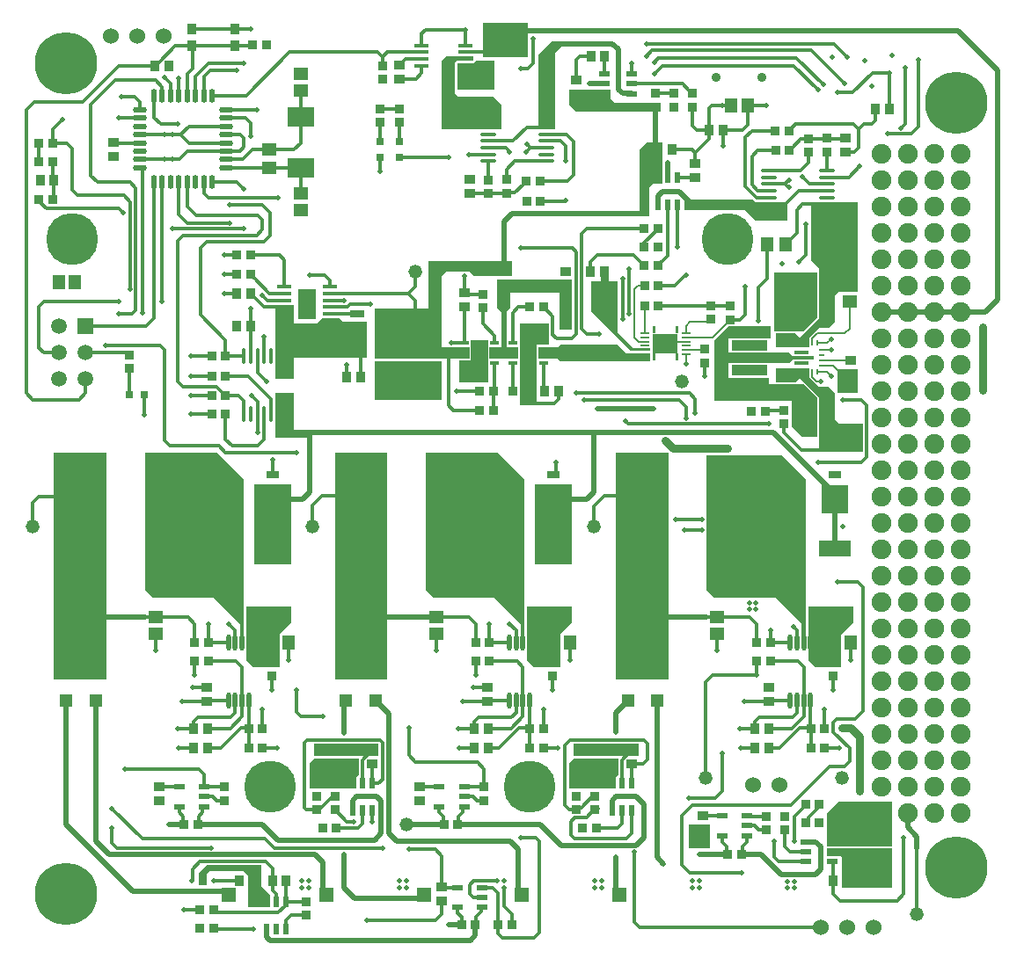
<source format=gbl>
G04*
G04 #@! TF.GenerationSoftware,Altium Limited,Altium Designer,19.0.15 (446)*
G04*
G04 Layer_Physical_Order=4*
G04 Layer_Color=16711680*
%FSLAX25Y25*%
%MOIN*%
G70*
G01*
G75*
%ADD21R,0.03937X0.03543*%
%ADD22R,0.03740X0.03347*%
%ADD39C,0.06000*%
%ADD46C,0.01200*%
%ADD47C,0.03000*%
%ADD48C,0.02000*%
%ADD49C,0.05200*%
%ADD50C,0.03543*%
%ADD51C,0.05906*%
%ADD52R,0.05906X0.05906*%
%ADD53C,0.02000*%
%ADD54C,0.07500*%
%ADD55C,0.23622*%
%ADD56C,0.19685*%
%ADD57C,0.01378*%
%ADD64R,0.02362X0.03937*%
%ADD65R,0.03937X0.02362*%
%ADD66R,0.03347X0.03740*%
%ADD67R,0.03543X0.03937*%
%ADD68R,0.05118X0.05512*%
%ADD69R,0.03150X0.03150*%
%ADD70R,0.03543X0.03937*%
%ADD71R,0.05512X0.05118*%
%ADD72R,0.10236X0.07480*%
%ADD73O,0.05315X0.02165*%
%ADD74O,0.02165X0.05315*%
%ADD75R,0.05315X0.04528*%
%ADD76R,0.03150X0.03150*%
%ADD77R,0.04724X0.04724*%
%ADD78R,0.04724X0.04724*%
%ADD79R,0.05600X0.01800*%
%ADD80O,0.06299X0.01378*%
%ADD81R,0.06496X0.09449*%
%ADD82R,0.03347X0.01378*%
%ADD83R,0.04528X0.05315*%
%ADD84R,0.00945X0.02362*%
%ADD85R,0.03347X0.02756*%
%ADD86R,0.05709X0.01378*%
%ADD87R,0.07087X0.01378*%
%ADD88R,0.02362X0.00945*%
%ADD89R,0.13386X0.03858*%
%ADD90R,0.03346X0.00787*%
%ADD91R,0.09646X0.07677*%
%ADD92R,0.09843X0.05512*%
%ADD93R,0.05402X0.02795*%
%ADD94R,0.06900X0.11600*%
%ADD95R,0.05500X0.01700*%
%ADD96O,0.01378X0.06299*%
%ADD97O,0.01772X0.06299*%
%ADD98R,0.12205X0.06299*%
%ADD99R,0.15748X0.27559*%
%ADD100R,0.10000X0.10512*%
%ADD101R,0.05000X0.02992*%
%ADD102C,0.00800*%
G36*
X175000Y317500D02*
X158000D01*
Y330500D01*
X175000D01*
Y317500D01*
D02*
G37*
G36*
X162500Y305197D02*
X148500D01*
Y315000D01*
X154500D01*
X154800Y315300D01*
X154856D01*
Y315356D01*
X155500Y316000D01*
X162500D01*
Y305197D01*
D02*
G37*
G36*
X206343Y301795D02*
X207941Y300197D01*
X225441D01*
Y296697D01*
X193441D01*
X190941Y299197D01*
Y305197D01*
X206343D01*
Y301795D01*
D02*
G37*
G36*
X188000Y321500D02*
X185500Y319000D01*
Y290000D01*
X179000D01*
Y318500D01*
X184000Y323500D01*
X188000D01*
Y321500D01*
D02*
G37*
G36*
X154441Y316000D02*
X148000D01*
X147500Y315500D01*
Y303618D01*
X148618Y302500D01*
X162282Y302500D01*
X165250Y299532D01*
X165250Y290000D01*
X142500D01*
Y316200D01*
X144147Y317846D01*
X154441D01*
Y316000D01*
D02*
G37*
G36*
X226000Y269598D02*
X222598D01*
X221000Y268000D01*
Y257000D01*
X217500D01*
Y282500D01*
X220000Y285000D01*
X226000D01*
Y269598D01*
D02*
G37*
G36*
X261606Y262500D02*
X273500D01*
X273500Y255500D01*
X261500Y255500D01*
X257500Y259500D01*
X234500D01*
Y263500D01*
X260606D01*
X261606Y262500D01*
D02*
G37*
G36*
X169000Y239941D02*
Y234500D01*
X154783D01*
X153126Y236157D01*
X144158D01*
X142500Y234500D01*
Y222000D01*
Y207500D01*
X153000D01*
Y203108D01*
X153000Y203108D01*
Y203000D01*
X117000D01*
Y222000D01*
X137500D01*
Y240000D01*
X168941D01*
X169000Y239941D01*
D02*
G37*
G36*
X191941Y233000D02*
X191941Y214000D01*
X187000D01*
Y228000D01*
X168500D01*
Y227463D01*
Y222311D01*
X167000Y220811D01*
Y207500D01*
X171500D01*
Y203000D01*
X160555D01*
Y207500D01*
X165000D01*
Y220777D01*
X163500Y222277D01*
Y227463D01*
X163500Y233000D01*
X191941Y233000D01*
D02*
G37*
G36*
X284846Y218927D02*
X279419Y213500D01*
X268500D01*
Y235842D01*
X284846D01*
Y218927D01*
D02*
G37*
G36*
X232122Y212626D02*
X231138D01*
Y215283D01*
X232122D01*
Y212626D01*
D02*
G37*
G36*
X223460D02*
X222476D01*
Y215283D01*
X223460D01*
Y212626D01*
D02*
G37*
G36*
X300000Y228500D02*
X293000D01*
X291500Y227000D01*
Y217000D01*
X289161Y214661D01*
X285500D01*
X281839Y211000D01*
Y207500D01*
X278000Y207500D01*
X269000D01*
X269000Y207500D01*
Y212831D01*
X276169D01*
X278000Y211000D01*
X285500Y218500D01*
Y237500D01*
X282500Y240500D01*
Y262382D01*
Y262500D01*
X300000D01*
Y228500D01*
D02*
G37*
G36*
X212252Y205248D02*
X221500D01*
Y202000D01*
X187500D01*
X186500Y203000D01*
X179055Y203000D01*
Y207500D01*
X186500Y207500D01*
X187500Y208500D01*
X209000D01*
X212252Y205248D01*
D02*
G37*
G36*
X209000Y232494D02*
X209000Y213063D01*
X215063Y207000D01*
X221500D01*
Y206000D01*
X213941D01*
X199000Y220941D01*
X199000Y232503D01*
X209000Y232494D01*
D02*
G37*
G36*
X232122Y202291D02*
X231138D01*
Y204949D01*
X232122D01*
Y202291D01*
D02*
G37*
G36*
X223460D02*
X222476D01*
Y204949D01*
X223460D01*
Y202291D01*
D02*
G37*
G36*
X86500Y216500D02*
X95000D01*
X97000Y218500D01*
X103500D01*
X105000Y217000D01*
X114000D01*
Y203500D01*
X86500D01*
Y195547D01*
X79500D01*
Y203500D01*
Y216500D01*
Y223500D01*
X86500D01*
Y216500D01*
D02*
G37*
G36*
X160098Y210032D02*
Y207704D01*
X160014Y207500D01*
Y203000D01*
X160098Y202796D01*
Y194000D01*
X149000D01*
Y202291D01*
X153500D01*
Y202901D01*
X153541Y203000D01*
Y207500D01*
X153500Y207599D01*
Y210063D01*
X160067D01*
X160098Y210032D01*
D02*
G37*
G36*
X300000Y190000D02*
X292500D01*
Y199000D01*
X300000D01*
Y190000D01*
D02*
G37*
G36*
X142500Y187500D02*
X117000D01*
Y202000D01*
X142500D01*
Y187500D01*
D02*
G37*
G36*
X172008Y216500D02*
X183000D01*
Y208500D01*
X178500D01*
Y185500D01*
X172000D01*
Y202901D01*
X172041Y203000D01*
Y207500D01*
X172000Y207599D01*
Y216508D01*
X172008Y216500D01*
D02*
G37*
G36*
X267000Y210878D02*
X267000Y210878D01*
X266965Y210842D01*
X251000D01*
Y205500D01*
X274059D01*
X275500Y204059D01*
X283500D01*
Y203468D01*
Y202878D01*
X275500D01*
X274059Y201437D01*
X251000D01*
Y195677D01*
X266441D01*
Y193500D01*
X279669D01*
X284959Y188210D01*
Y187000D01*
Y173500D01*
X278941D01*
X275000Y177441D01*
Y187000D01*
X245941D01*
Y195677D01*
Y210032D01*
X251409Y215500D01*
X267000D01*
Y210878D01*
D02*
G37*
G36*
X86500Y176000D02*
X93500D01*
Y173000D01*
X79500D01*
Y173500D01*
Y190000D01*
X86500D01*
Y176000D01*
D02*
G37*
G36*
X281839Y195937D02*
X285500Y192276D01*
X289161D01*
X291500Y189937D01*
Y179937D01*
X293000Y178437D01*
X302000D01*
Y167937D01*
X285500D01*
Y169437D01*
Y188437D01*
X278094Y195844D01*
X276419Y194169D01*
X269250D01*
X269250Y199437D01*
X278000D01*
X281839Y199437D01*
Y195937D01*
D02*
G37*
G36*
X191941Y125000D02*
X177941D01*
Y155500D01*
X191941D01*
Y125000D01*
D02*
G37*
G36*
X85500D02*
X71500D01*
Y155500D01*
X85500D01*
Y125000D01*
D02*
G37*
G36*
X280441Y157350D02*
Y93350D01*
X278941D01*
X278941Y102409D01*
X269000Y112350D01*
X245941Y112350D01*
X242941Y115350D01*
X242941Y166500D01*
X271291D01*
X280441Y157350D01*
D02*
G37*
G36*
X173941D02*
Y93350D01*
X172441D01*
X172441Y102409D01*
X162500Y112350D01*
X139441Y112350D01*
X136441Y115350D01*
X136441Y167350D01*
X163941D01*
X173941Y157350D01*
D02*
G37*
G36*
X67500D02*
Y93350D01*
X66000D01*
X66000Y102409D01*
X56059Y112350D01*
X33000Y112350D01*
X30000Y115350D01*
X30000Y167350D01*
X57500D01*
X67500Y157350D01*
D02*
G37*
G36*
X298441Y103000D02*
X293941Y98500D01*
Y86221D01*
X284004D01*
X281441Y88784D01*
Y109000D01*
X298441D01*
Y103000D01*
D02*
G37*
G36*
X191941D02*
X187441Y98500D01*
Y86221D01*
X177504D01*
X174941Y88784D01*
Y109000D01*
X191941D01*
Y103000D01*
D02*
G37*
G36*
X85500D02*
X81000Y98500D01*
Y86221D01*
X71063D01*
X68500Y88784D01*
Y109000D01*
X85500D01*
Y103000D01*
D02*
G37*
G36*
X228441Y115500D02*
X228441Y81500D01*
X208520Y81500D01*
X208520Y115500D01*
X208520Y167500D01*
X228441D01*
X228441Y115500D01*
D02*
G37*
G36*
X121941D02*
X121941Y81500D01*
X102020Y81500D01*
X102020Y115500D01*
X102020Y167500D01*
X121941D01*
X121941Y115500D01*
D02*
G37*
G36*
X15500D02*
X15500Y81500D01*
X-4421Y81500D01*
X-4421Y115500D01*
X-4421Y167500D01*
X15500D01*
X15500Y115500D01*
D02*
G37*
G36*
X217000Y52500D02*
X192500D01*
Y57000D01*
X217000D01*
Y52500D01*
D02*
G37*
G36*
X118496D02*
X93996D01*
Y57000D01*
X118496D01*
Y52500D01*
D02*
G37*
G36*
X209500Y45500D02*
X208500Y44500D01*
X208520Y40000D01*
X190941D01*
X190941Y49850D01*
X192591Y51500D01*
X209500D01*
Y45500D01*
D02*
G37*
G36*
X110996D02*
X109996Y44500D01*
X110016Y40000D01*
X92437D01*
X92437Y49850D01*
X94087Y51500D01*
X110996D01*
Y45500D01*
D02*
G37*
G36*
X313000Y35000D02*
X313000Y17967D01*
X288524Y17967D01*
X288524Y30681D01*
X292843Y35000D01*
X313000Y35000D01*
D02*
G37*
G36*
X244000Y26484D02*
Y17426D01*
X236000D01*
Y26500D01*
X243984D01*
X244000Y26484D01*
D02*
G37*
G36*
X313000Y2500D02*
X294000D01*
Y14000D01*
X293500Y14500D01*
X288524D01*
Y17426D01*
X313000Y17426D01*
X313000D01*
Y2500D01*
D02*
G37*
G36*
X175500Y-3000D02*
X170000Y-3000D01*
Y2500D01*
X175500Y2500D01*
Y-3000D01*
D02*
G37*
G36*
X101500D02*
X96000Y-3000D01*
Y2500D01*
X101500Y2500D01*
Y-3000D01*
D02*
G37*
G36*
X212500Y-3000D02*
X207000Y-3000D01*
Y2500D01*
X212500Y2500D01*
Y-3000D01*
D02*
G37*
G36*
X138500D02*
X133000Y-3000D01*
Y2500D01*
X138500Y2500D01*
Y-3000D01*
D02*
G37*
G36*
X64500D02*
X59000Y-3000D01*
Y2500D01*
X64500Y2500D01*
Y-3000D01*
D02*
G37*
G36*
X74000Y3000D02*
X77500Y-500D01*
Y-4898D01*
X69000D01*
Y7043D01*
X67407Y8636D01*
X54500D01*
X53500Y7636D01*
Y3500D01*
X50500D01*
Y8029D01*
X50463Y8066D01*
X53398Y11000D01*
X74000D01*
Y3000D01*
D02*
G37*
D21*
X142500Y2839D02*
D03*
Y-2476D02*
D03*
X18000Y285102D02*
D03*
Y279787D02*
D03*
X108658Y49343D02*
D03*
Y54658D02*
D03*
X116138Y49343D02*
D03*
Y54658D02*
D03*
X35496Y40799D02*
D03*
Y35484D02*
D03*
X134000Y40799D02*
D03*
Y35484D02*
D03*
X207161Y49343D02*
D03*
Y54658D02*
D03*
X214642Y49343D02*
D03*
Y54658D02*
D03*
X241500Y29658D02*
D03*
Y24342D02*
D03*
X298500Y20315D02*
D03*
Y15000D02*
D03*
X160000Y319357D02*
D03*
Y314042D02*
D03*
X126500Y314457D02*
D03*
Y309142D02*
D03*
X153244Y271063D02*
D03*
Y265748D02*
D03*
X193441Y303559D02*
D03*
Y308874D02*
D03*
X297500Y202500D02*
D03*
Y197185D02*
D03*
X272250Y196158D02*
D03*
Y190842D02*
D03*
X272000Y210842D02*
D03*
Y216158D02*
D03*
X295500Y281343D02*
D03*
Y286658D02*
D03*
X238650Y271630D02*
D03*
Y276945D02*
D03*
X189500Y230842D02*
D03*
Y236157D02*
D03*
X151000Y222843D02*
D03*
Y228157D02*
D03*
X140098Y205000D02*
D03*
Y199685D02*
D03*
X266441Y78535D02*
D03*
Y73220D02*
D03*
X159941D02*
D03*
Y78535D02*
D03*
X53500Y73220D02*
D03*
Y78535D02*
D03*
D22*
X91000Y-8059D02*
D03*
Y-2941D02*
D03*
X119000Y292707D02*
D03*
Y297825D02*
D03*
X126500D02*
D03*
Y292707D02*
D03*
X24000Y204559D02*
D03*
Y199441D02*
D03*
X94996Y31941D02*
D03*
Y37059D02*
D03*
X101996Y31941D02*
D03*
Y37059D02*
D03*
X59996Y40701D02*
D03*
Y35583D02*
D03*
X200500Y31941D02*
D03*
Y37059D02*
D03*
X158500Y40701D02*
D03*
Y35583D02*
D03*
X193500Y31941D02*
D03*
Y37059D02*
D03*
X272500Y24441D02*
D03*
Y29559D02*
D03*
X265500Y29559D02*
D03*
Y24441D02*
D03*
X120000Y314189D02*
D03*
Y309071D02*
D03*
X167244Y265846D02*
D03*
Y270965D02*
D03*
X160221Y265787D02*
D03*
Y270905D02*
D03*
X230441Y303618D02*
D03*
Y298500D02*
D03*
X223500Y303618D02*
D03*
Y298500D02*
D03*
X237441Y303618D02*
D03*
Y298500D02*
D03*
X272250Y178441D02*
D03*
Y183559D02*
D03*
X288524Y286618D02*
D03*
Y281500D02*
D03*
X281500Y286559D02*
D03*
Y281441D02*
D03*
X251691Y222956D02*
D03*
Y217838D02*
D03*
X244500Y223059D02*
D03*
Y217941D02*
D03*
X242000Y206618D02*
D03*
Y201500D02*
D03*
X158000Y222311D02*
D03*
Y227429D02*
D03*
X290941Y82819D02*
D03*
Y87937D02*
D03*
X184441D02*
D03*
Y82819D02*
D03*
X78000Y87937D02*
D03*
Y82819D02*
D03*
D39*
X270500Y41500D02*
D03*
X260500D02*
D03*
X27000Y325598D02*
D03*
X17000D02*
D03*
X37000Y325402D02*
D03*
X296283Y-12500D02*
D03*
X286283D02*
D03*
X306283Y-12697D02*
D03*
D46*
X303500Y165636D02*
Y185500D01*
X301500Y187500D02*
X303500Y185500D01*
X294500Y187500D02*
X301500D01*
X301616Y163752D02*
X303500Y165636D01*
X285097Y163752D02*
X301616D01*
X212000Y179500D02*
X213100Y178400D01*
X266476D01*
X297000Y50500D02*
Y55343D01*
X290843Y61500D02*
X297000Y55343D01*
X290843Y61500D02*
Y65173D01*
X292169Y66500D02*
X299000D01*
X290843Y65173D02*
X292169Y66500D01*
X299000D02*
X302000Y69500D01*
X292559Y118500D02*
X300000D01*
X302000Y116500D01*
Y69500D02*
Y116500D01*
X295000Y48500D02*
X297000Y50500D01*
X289441Y48500D02*
X295000D01*
X274744Y33803D02*
X289441Y48500D01*
X237622Y33803D02*
X274744D01*
X233500Y29681D02*
X237622Y33803D01*
X255784Y55378D02*
X261283D01*
X255441Y62878D02*
X261283D01*
X179500Y-14500D02*
Y20000D01*
X178000Y21500D02*
X179500Y20000D01*
X172500Y21500D02*
X178000D01*
X130000Y17000D02*
X139000D01*
X139003Y17003D01*
X150449Y30949D02*
Y33260D01*
X177500Y-16500D02*
X179500Y-14500D01*
X166500Y-16500D02*
X177500D01*
X166497Y-16503D02*
X166500Y-16500D01*
X165503Y-16503D02*
X166497D01*
X163941Y-14941D02*
X165503Y-16503D01*
X163941Y-14941D02*
Y-11599D01*
X89000Y67500D02*
X97378D01*
X87500Y69000D02*
X89000Y67500D01*
X87500Y69000D02*
Y77500D01*
X60559Y167500D02*
X87500D01*
X58059Y170000D02*
X60559Y167500D01*
X39500Y170000D02*
X58059D01*
X37500Y172000D02*
X39500Y170000D01*
X154500Y5000D02*
X163500D01*
X153000Y3500D02*
X154500Y5000D01*
X153000Y250D02*
Y3500D01*
X37500Y172000D02*
Y206421D01*
X35811Y208110D02*
X37500Y206421D01*
X15000Y208110D02*
X35811D01*
X29323Y220323D02*
Y274976D01*
X24339Y270000D02*
X26600Y267739D01*
Y221600D02*
Y267739D01*
X25060Y220060D02*
X26600Y221600D01*
X20000Y220060D02*
X25060D01*
X12000Y270000D02*
X24339D01*
X24500Y229500D02*
Y262500D01*
X22000Y265000D02*
X24500Y262500D01*
X4500Y265000D02*
X22000D01*
X9500Y272500D02*
X12000Y270000D01*
X9500Y272500D02*
Y299500D01*
X18874Y308874D01*
X34000D01*
X36626Y306248D01*
Y302839D02*
Y306248D01*
X2500Y267000D02*
Y282750D01*
X380Y284870D02*
X2500Y282750D01*
X-4941Y284870D02*
X380D01*
X2500Y267000D02*
X4500Y265000D01*
X20200Y314200D02*
X33968D01*
X6500Y300500D02*
X20200Y314200D01*
X-12000Y300500D02*
X6500D01*
X171620Y222620D02*
X175941D01*
X169500Y220500D02*
X171620Y222620D01*
X169500Y209177D02*
Y220500D01*
X322500Y-7500D02*
Y17500D01*
X215500Y-10500D02*
X217500Y-12500D01*
X215500Y-10500D02*
Y16000D01*
X217500Y-12500D02*
X286283D01*
X85441Y-8059D02*
X91000D01*
X83642Y-9858D02*
X85441Y-8059D01*
X83642Y-13118D02*
Y-9858D01*
X157581Y-6419D02*
Y-4898D01*
X91500Y58500D02*
X119000D01*
X90500Y57500D02*
X91500Y58500D01*
X90500Y32644D02*
Y57500D01*
X120000Y43500D02*
Y57500D01*
X119000Y58500D02*
X120000Y57500D01*
X116138Y27466D02*
Y31882D01*
X106471Y27466D02*
X109000D01*
X101996Y31941D02*
X106471Y27466D01*
X116138Y42118D02*
X118618D01*
X116138D02*
X116138D01*
X91203Y31941D02*
X94996D01*
X90500Y32644D02*
X91203Y31941D01*
X118618Y42118D02*
X120000Y43500D01*
X130000Y52617D02*
Y63100D01*
X51945Y30949D02*
Y33260D01*
X200303Y31941D02*
X200947Y32585D01*
X192835Y21000D02*
X212500D01*
X191466Y22368D02*
X192835Y21000D01*
X191466Y22368D02*
Y27466D01*
X192966Y28967D02*
X197329D01*
X191466Y27466D02*
X192966Y28967D01*
X197329D02*
X200303Y31941D01*
X200947Y32585D02*
X201915D01*
X200303Y31941D02*
X200500D01*
X212500Y21000D02*
X214642Y23142D01*
Y31882D01*
X220500Y51000D02*
Y57000D01*
X218843Y49343D02*
X220500Y51000D01*
X214642Y49343D02*
X218843D01*
X219000Y58500D02*
X220500Y57000D01*
X191191Y58500D02*
X219000D01*
X190740Y31941D02*
X193500D01*
X189000Y33681D02*
X190740Y31941D01*
X189000Y33681D02*
Y56309D01*
X191191Y58500D01*
X200500Y37059D02*
X201441Y38000D01*
X214642Y41142D02*
Y42118D01*
X270083Y12358D02*
X280382D01*
X268500Y13941D02*
X270083Y12358D01*
X268500Y13941D02*
Y20000D01*
X274402Y16098D02*
X280382D01*
X272500Y18000D02*
X274402Y16098D01*
X233500Y11000D02*
X236500Y8000D01*
X256000D01*
X276000Y29362D02*
X280441Y33803D01*
X276000Y20000D02*
Y29362D01*
X214500Y315000D02*
X214547Y314953D01*
Y311039D02*
Y314953D01*
X-9059Y261910D02*
Y263500D01*
X192000Y245000D02*
X193500Y243500D01*
Y212415D02*
Y243500D01*
X191793Y210709D02*
X193500Y212415D01*
X197441Y252441D02*
X219303D01*
X195500Y250500D02*
X197441Y252441D01*
X195500Y214500D02*
Y250500D01*
Y214500D02*
X197500Y212500D01*
X202000D01*
X172500Y245000D02*
X192000D01*
X186000Y210709D02*
X191793D01*
X148000Y190819D02*
X157000D01*
X231842Y245500D02*
Y261394D01*
X219303Y247126D02*
X224421Y252244D01*
X219303Y245500D02*
Y247126D01*
X224421Y252244D02*
Y252441D01*
X146843Y183559D02*
X156941D01*
X144992Y185410D02*
X146843Y183559D01*
X144992Y185410D02*
Y205240D01*
X145000Y205248D01*
X157000Y190819D02*
X157382D01*
X157441Y190878D01*
X162559D02*
Y201445D01*
X162059Y183559D02*
X162059Y183559D01*
X162059Y183559D02*
Y190878D01*
X245122Y83000D02*
X261882D01*
Y88378D01*
X275661Y101500D02*
X277161Y100000D01*
Y95402D02*
Y100000D01*
X267000Y95402D02*
Y100108D01*
X213500Y220000D02*
Y237000D01*
X211000Y218000D02*
Y233500D01*
X233500Y11000D02*
Y29681D01*
X79059Y17500D02*
X120000D01*
X75559Y21000D02*
X79059Y17500D01*
X29000Y21000D02*
X75559D01*
X17500Y32500D02*
X29000Y21000D01*
X66421Y62980D02*
X69339D01*
X58819Y55378D02*
X66421Y62980D01*
X53658Y55378D02*
X58819D01*
X305795Y311500D02*
X312000D01*
X298295Y304000D02*
X305795Y311500D01*
X292500Y304000D02*
X298295D01*
X265799Y233299D02*
Y246500D01*
X262500Y230000D02*
X265799Y233299D01*
X262500Y217500D02*
Y230000D01*
X277000Y250811D02*
Y259500D01*
X272689Y246500D02*
X277000Y250811D01*
X282547Y319953D02*
X295000Y307500D01*
X222106Y319953D02*
X282547Y319953D01*
X275800Y314200D02*
X285000Y305000D01*
X226200Y314200D02*
X275800D01*
X223000Y311000D02*
X226200Y314200D01*
X276977Y317023D02*
X287000Y307000D01*
X224523Y317023D02*
X276977D01*
X223000Y315500D02*
X224523Y317023D01*
X220000Y317846D02*
X222106Y319953D01*
X291000Y322500D02*
X296000Y317500D01*
X220000Y322500D02*
X291000Y322500D01*
X258591Y291861D02*
Y299085D01*
X256427Y289697D02*
X258591Y291861D01*
X249158Y289697D02*
X256427D01*
X-4941Y290059D02*
X-1250Y293750D01*
X-4941Y284870D02*
Y290059D01*
X100098Y230300D02*
Y232902D01*
X98197Y234803D02*
X100098Y232902D01*
X92500Y234803D02*
X98197D01*
X277815Y239815D02*
X280500Y242500D01*
Y253961D01*
X272579Y269339D02*
X274118Y270878D01*
X273917Y268000D02*
X274000D01*
X288465Y286559D02*
X295402D01*
X244441Y223059D02*
X244544Y222956D01*
X290799Y19658D02*
X298500D01*
X153342Y265846D02*
X160280D01*
X296659Y271898D02*
X300762Y276000D01*
X288524Y271898D02*
X296659D01*
X279177Y272000D02*
X281839Y269339D01*
X278457Y274457D02*
X281500Y277500D01*
X266476Y274457D02*
X278457D01*
X142500Y-7500D02*
Y-2476D01*
X140000Y-10000D02*
X142500Y-7500D01*
X114000Y-10000D02*
X140000D01*
X196500Y187500D02*
X232500D01*
X193500Y190000D02*
X236441D01*
X185825Y160020D02*
Y163752D01*
X184941Y159136D02*
X185825Y160020D01*
X20221Y260000D02*
X21721Y258500D01*
X-7150Y260000D02*
X20221D01*
X248701Y39201D02*
Y53500D01*
X246000Y36500D02*
X248701Y39201D01*
X236000Y36500D02*
X246000D01*
X281345Y27904D02*
Y28967D01*
X280441Y27000D02*
X281345Y27904D01*
Y28967D02*
X285559Y33181D01*
X242000Y196500D02*
Y201500D01*
X-9059Y261910D02*
X-7150Y260000D01*
X-10059Y263500D02*
Y264000D01*
X-4941Y271421D02*
X-4343Y270823D01*
X-4941Y271421D02*
Y277894D01*
X-4343Y264402D02*
X-3941Y264000D01*
X-4343Y264402D02*
Y270823D01*
X166000Y-4398D02*
Y2500D01*
Y-4398D02*
X169059Y-7457D01*
Y-11599D02*
Y-7457D01*
X75803Y12358D02*
X78339Y9823D01*
X50858Y12358D02*
X75803D01*
X48000Y9500D02*
X50858Y12358D01*
X47929Y5223D02*
X48000Y5294D01*
Y9500D01*
X78339Y5000D02*
Y9823D01*
X139003Y17003D02*
X139997D01*
X142500Y14500D01*
Y2839D02*
Y14500D01*
X154408Y-1158D02*
X157968D01*
X153000Y250D02*
X154408Y-1158D01*
X163941Y-11599D02*
Y559D01*
X161917Y2583D02*
X163941Y559D01*
X157968Y2583D02*
X161917D01*
X155488Y-8512D02*
X157581Y-6419D01*
X155488Y-11470D02*
Y-8512D01*
X157581Y-4898D02*
X157968D01*
X155303Y-11655D02*
X155488Y-11470D01*
X148617Y-7176D02*
Y-4995D01*
X148520Y-4898D02*
X148617Y-4995D01*
Y-7176D02*
X150129Y-8688D01*
Y-11599D02*
Y-8688D01*
Y-11599D02*
X150185Y-11655D01*
X142500Y2839D02*
X142756Y2583D01*
X148520D01*
X52374Y265626D02*
Y270161D01*
X64882D02*
X67543Y267500D01*
X55524Y270161D02*
X64882D01*
X60839Y294374D02*
X68126D01*
X70000Y287595D02*
Y292500D01*
X60839Y297524D02*
X72421D01*
X285559Y33181D02*
Y34000D01*
X199559Y37059D02*
X200500D01*
X195344Y32844D02*
X199559Y37059D01*
X194404Y32844D02*
X195344D01*
X193500Y31941D02*
X194404Y32844D01*
X101053Y37059D02*
X101996D01*
X96839Y32844D02*
X101053Y37059D01*
X95900Y32844D02*
X96839D01*
X94996Y31941D02*
X95900Y32844D01*
X108598Y31941D02*
X108658Y31882D01*
X200500Y31941D02*
X200559Y31882D01*
X83061Y-4439D02*
Y-3463D01*
X80500Y-7000D02*
X83061Y-4439D01*
X57059Y-7000D02*
X80500D01*
X56059Y-6000D02*
X57059Y-7000D01*
X83061Y-3463D02*
X83642Y-2882D01*
X280441Y33803D02*
Y34000D01*
X48000Y313000D02*
Y321779D01*
X47929Y321850D02*
X48000Y321779D01*
X46075Y311075D02*
X48000Y313000D01*
X46075Y302839D02*
Y311075D01*
X40500Y288075D02*
X43520D01*
X46669Y291224D01*
X60839D01*
X37500Y288075D02*
X40500D01*
X64071Y321850D02*
X69906D01*
X47929D02*
X64071D01*
X41619D02*
X47929D01*
Y328150D02*
X70000D01*
X22494Y47500D02*
X50500D01*
X54000Y264000D02*
X80500D01*
X52374Y265626D02*
X54000Y264000D01*
X56177Y5055D02*
X56232Y5000D01*
X65842D01*
X51945Y5000D02*
X52000Y5055D01*
Y8000D01*
X54000Y10000D01*
X69000D01*
X70934Y8066D01*
Y5223D02*
Y8066D01*
Y5223D02*
X71157Y5000D01*
X44937Y-6000D02*
X50941D01*
X71157Y-1158D02*
Y5000D01*
Y-1158D02*
X72882Y-2882D01*
X76161D01*
X56059Y-13000D02*
X56177Y-13118D01*
X71118D01*
X78350Y1500D02*
Y4988D01*
X78339Y5000D02*
X78350Y4988D01*
Y1500D02*
X79669Y181D01*
Y-2650D02*
Y181D01*
Y-2650D02*
X79902Y-2882D01*
X83642Y4988D02*
X83654Y5000D01*
X83642Y-2882D02*
Y4988D01*
Y-2882D02*
X83701Y-2941D01*
X91000D01*
X91044Y-2897D01*
X88799Y259150D02*
X89000Y259350D01*
X153150Y271158D02*
X153244Y271063D01*
X234500Y138000D02*
X241000D01*
X231000Y142000D02*
X231000Y142000D01*
X241000D01*
X238650Y182500D02*
Y187791D01*
X236441Y190000D02*
X238650Y187791D01*
X235098Y180500D02*
Y184902D01*
X232500Y187500D02*
X235098Y184902D01*
X37500Y309616D02*
X39776Y307341D01*
Y302839D02*
Y307341D01*
X42925Y302839D02*
Y309500D01*
X67400Y252400D02*
X67500Y252500D01*
X44547Y249921D02*
X72421D01*
X40541Y252400D02*
X67400D01*
X72421Y249921D02*
X74500Y252000D01*
X46250Y254500D02*
X62000D01*
X42925Y257825D02*
X46250Y254500D01*
X42925Y257825D02*
Y270161D01*
X62130Y261394D02*
X74500D01*
X77421Y258472D01*
X72720Y257500D02*
X74500Y255720D01*
X49500Y257500D02*
X72720D01*
X74500Y252000D02*
Y255720D01*
X46075Y260925D02*
Y270161D01*
Y260925D02*
X49500Y257500D01*
X42500Y247874D02*
X44547Y249921D01*
X42500Y194500D02*
Y247874D01*
Y194500D02*
X44500Y192500D01*
X57059D01*
X60559Y189000D01*
X53374Y247500D02*
X75000D01*
X51000Y245126D02*
X53374Y247500D01*
X51000Y219622D02*
Y245126D01*
Y219622D02*
X60559Y210063D01*
X77421Y249921D02*
Y258472D01*
X75000Y247500D02*
X77421Y249921D01*
X60559Y204024D02*
Y210063D01*
X156807Y204148D02*
Y205339D01*
X154159Y201500D02*
X156807Y204148D01*
X151000Y201500D02*
X154159D01*
X175307Y205339D02*
Y206529D01*
X177955Y209177D01*
X181114D01*
X107944Y223900D02*
X115500D01*
X106664Y222620D02*
X107944Y223900D01*
X100098Y222620D02*
X106664D01*
X100098Y225180D02*
X105500D01*
X230399Y210337D02*
X230615D01*
X231378Y209575D01*
X238650Y281213D02*
X243843Y286405D01*
Y289697D01*
X237441Y291283D02*
Y298500D01*
Y291283D02*
X239028Y289697D01*
X243843D01*
X29953Y181917D02*
Y189500D01*
X151000Y228157D02*
X151728Y227429D01*
X158000D01*
X174559Y204591D02*
X175307Y205339D01*
X175807Y186000D02*
X185000D01*
X174559Y187248D02*
X175807Y186000D01*
X174559Y187248D02*
Y190878D01*
X185000Y186000D02*
X186658Y187657D01*
Y190878D01*
X74559Y55378D02*
X80000D01*
X234901Y234803D02*
X235000D01*
X230941Y230842D02*
X234901Y234803D01*
X224559Y230842D02*
X230941D01*
X215303Y242500D02*
X219303Y238500D01*
X201500Y242500D02*
X215303D01*
X198843Y236000D02*
Y239843D01*
X201500Y242500D01*
X60000D02*
X64984D01*
X184500Y212209D02*
X186000Y210709D01*
X184500Y212209D02*
Y219179D01*
X181059Y222620D02*
X184500Y219179D01*
X-10059Y277894D02*
Y284870D01*
X18000Y284925D02*
X28161D01*
X35337Y315568D02*
X41619Y321850D01*
X35140Y315568D02*
X35337D01*
X33968Y314397D02*
X35140Y315568D01*
X33968Y314200D02*
Y314397D01*
X156941Y190878D02*
X157000Y190819D01*
X294908Y15000D02*
X298500D01*
X241500Y29658D02*
X248693D01*
X40500Y278626D02*
X43126D01*
X37500D02*
X40500D01*
X28161D02*
X37500D01*
X177000Y315000D02*
Y324500D01*
X257500Y219927D02*
Y230500D01*
X255411Y217838D02*
X257500Y219927D01*
X251691Y217838D02*
X255411D01*
X305343Y292000D02*
X306842Y293500D01*
X302500Y292000D02*
X305343D01*
X300500Y290000D02*
X302500Y292000D01*
X306842Y293500D02*
Y297825D01*
X312000Y297982D02*
X312158Y297825D01*
X312000Y297982D02*
Y311500D01*
X119000Y274000D02*
Y279492D01*
X175000Y313000D02*
X177000Y315000D01*
X172500Y313000D02*
X175000D01*
X320400Y288400D02*
X323000Y291000D01*
X311600Y288400D02*
X320400D01*
X316500Y290500D02*
X318150Y292150D01*
Y313500D01*
X323000Y291000D02*
Y316500D01*
X144992Y279492D02*
X145000Y279500D01*
X126500Y279492D02*
X144992D01*
X248701Y299085D02*
X252291D01*
X244717D02*
X248701D01*
X243843Y298211D02*
X244717Y299085D01*
X204311Y311039D02*
Y317846D01*
X174626Y281528D02*
X176165Y283067D01*
X170287Y277949D02*
X182268D01*
X167244Y274905D02*
X170287Y277949D01*
X249158Y283750D02*
Y289697D01*
X119000Y297825D02*
X126500D01*
X119000Y285398D02*
Y292707D01*
X126500Y285398D02*
Y292707D01*
X243843Y289697D02*
Y298211D01*
X258591Y299085D02*
X265500D01*
X67500Y315000D02*
X67500Y315000D01*
X54126Y315000D02*
X67500D01*
X49224Y310098D02*
X54126Y315000D01*
X54874Y312500D02*
X64886D01*
X52374Y310000D02*
X54874Y312500D01*
X49224Y302839D02*
Y310098D01*
X52374Y302839D02*
Y310000D01*
X88799Y275555D02*
X89000Y275354D01*
X77000Y275555D02*
X88799D01*
X300500Y282945D02*
Y290000D01*
X298500Y292000D02*
X300500Y290000D01*
X276559Y292000D02*
X298500D01*
X298898Y281343D02*
X300500Y282945D01*
X295500Y281343D02*
X298898D01*
X275329Y290770D02*
X276559Y292000D01*
X275132Y290770D02*
X275329D01*
X274059Y289697D02*
X275132Y290770D01*
X274059Y289500D02*
Y289697D01*
X17500Y19500D02*
Y25000D01*
Y19500D02*
X19500Y17500D01*
X55000D01*
X130000Y52617D02*
X132617Y50000D01*
X156000D01*
X158500Y47500D01*
Y40701D02*
Y47500D01*
X21000Y302500D02*
X26000D01*
X28161Y300339D01*
Y297524D02*
Y300339D01*
X33476Y294524D02*
X36000Y292000D01*
X33476Y294524D02*
Y302839D01*
X36000Y292000D02*
X42500D01*
X50500Y47500D02*
X52496Y45504D01*
Y40740D02*
Y45504D01*
X20000Y294374D02*
X28161D01*
X68126D02*
X70000Y292500D01*
X28161Y288075D02*
X37500D01*
X118200Y319300D02*
X120000Y317500D01*
X84800Y319300D02*
X118200D01*
X68339Y302839D02*
X84800Y319300D01*
X55524Y302839D02*
X68339D01*
X119803Y314189D02*
X120000D01*
X24000Y198555D02*
X24047Y198508D01*
Y189500D02*
Y198508D01*
X23894Y205339D02*
X24000Y205445D01*
X7500Y205339D02*
X23894D01*
X69906Y321850D02*
X70055Y322000D01*
X-15000Y297500D02*
X-12000Y300500D01*
X-15000Y190000D02*
Y297500D01*
Y190000D02*
X-12500Y187500D01*
X5000D01*
X7500Y190000D01*
Y195339D01*
X-8115Y224785D02*
X20000D01*
X-10215Y222685D02*
X-8115Y224785D01*
X-10215Y207215D02*
Y222685D01*
Y207215D02*
X-8339Y205339D01*
X-2500D01*
X36500Y224785D02*
Y270035D01*
X36626Y270161D01*
X30339Y215339D02*
X33476Y218476D01*
Y270161D01*
X7500Y215339D02*
X30339D01*
X70937Y282445D02*
X77000D01*
X67118Y278626D02*
X70937Y282445D01*
X60839Y278626D02*
X67118D01*
X60839Y281776D02*
X66000D01*
X67500Y283276D01*
Y286658D01*
X66083Y288075D02*
X67500Y286658D01*
X60839Y288075D02*
X66083D01*
X43520D02*
X46669Y284925D01*
X60839D01*
X46276Y281776D02*
X60839D01*
X43126Y278626D02*
X46276Y281776D01*
X89000Y284925D02*
Y294646D01*
X86520Y282445D02*
X89000Y284925D01*
X77000Y282445D02*
X86520D01*
X89000Y294646D02*
Y304850D01*
Y265650D02*
Y275354D01*
X76921Y275476D02*
X77000Y275555D01*
X60839Y275476D02*
X76921D01*
X108658Y42118D02*
Y49343D01*
X116138Y42118D02*
Y49343D01*
X108658Y54658D02*
X116138D01*
X95055Y47559D02*
X96839Y49343D01*
X108658D01*
X102496Y25000D02*
X110746D01*
X112398Y26652D01*
Y31882D01*
Y50917D02*
X116138Y54658D01*
X112398Y42118D02*
Y50917D01*
X52496Y40740D02*
X59957D01*
X59996Y40701D01*
X52496Y37000D02*
X55878D01*
X57295Y35583D01*
X59996D01*
X44529Y26908D02*
X44937Y26500D01*
X44529Y26908D02*
Y29467D01*
X43047Y30949D02*
Y33260D01*
Y30949D02*
X44529Y29467D01*
X50463D02*
X51945Y30949D01*
X50463Y26908D02*
Y29467D01*
X42988Y40799D02*
X43047Y40740D01*
X35496Y40799D02*
X42988D01*
X134000D02*
X141492D01*
X141551Y40740D01*
X148967Y26908D02*
Y29467D01*
X150449Y30949D01*
X141551D02*
X143033Y29467D01*
X141551Y30949D02*
Y33260D01*
X143033Y26908D02*
Y29467D01*
Y26908D02*
X143441Y26500D01*
X155799Y35583D02*
X158500D01*
X154382Y37000D02*
X155799Y35583D01*
X151000Y37000D02*
X154382D01*
X158461Y40740D02*
X158500Y40701D01*
X151000Y40740D02*
X158461D01*
X210902Y42118D02*
Y50917D01*
X214642Y54658D01*
X210902Y26652D02*
Y31882D01*
X209250Y25000D02*
X210902Y26652D01*
X201000Y25000D02*
X209250D01*
X195343Y49343D02*
X207161D01*
X193559Y47559D02*
X195343Y49343D01*
X207161Y54658D02*
X214642D01*
Y42118D02*
Y49343D01*
X207161Y42118D02*
Y49343D01*
X317500Y0D02*
Y21500D01*
X315000Y-2500D02*
X317500Y0D01*
X293500Y-2500D02*
X315000D01*
X290843Y158D02*
X293500Y-2500D01*
X290843Y158D02*
Y5000D01*
X293810Y16098D02*
X294908Y15000D01*
X290618Y16098D02*
X293810D01*
X262559Y24441D02*
X265500D01*
X261000Y26000D02*
X262559Y24441D01*
X258224Y26000D02*
X261000D01*
X256467Y15408D02*
Y17967D01*
X258224Y19724D02*
Y22260D01*
X256467Y17967D02*
X258224Y19724D01*
X248776D02*
X250533Y17967D01*
X248776Y19724D02*
Y22260D01*
X250533Y15408D02*
Y17967D01*
Y15408D02*
X250941Y15000D01*
X248693Y29658D02*
X248776Y29740D01*
X258224D02*
X258405Y29559D01*
X265500D01*
X272500Y18000D02*
Y24441D01*
X290618Y19839D02*
X290799Y19658D01*
X290618Y12358D02*
X290843Y12134D01*
Y5000D02*
Y12134D01*
X134956Y321800D02*
Y326456D01*
X136430Y327930D01*
X151556D01*
X126500Y309142D02*
X132783D01*
X134956Y311314D01*
Y314200D01*
X126500Y314457D02*
X126697D01*
X127868Y315628D01*
Y315825D01*
X128743Y316700D01*
X134956D01*
X120000Y314189D02*
Y317500D01*
X121800Y319300D01*
X134956D01*
X151556Y321800D02*
Y327930D01*
X159942Y319300D02*
X160000Y319357D01*
X151556Y319300D02*
X159942D01*
X174744Y290744D02*
X179500D01*
X169626Y285626D02*
X174744Y290744D01*
X160221Y285626D02*
X169626D01*
X179803Y262906D02*
X189500D01*
X189471Y277949D02*
Y283750D01*
X187594Y285626D02*
X189471Y283750D01*
X182268Y285626D02*
X187594D01*
X192500Y272709D02*
Y285591D01*
X189922Y288168D02*
X192500Y285591D01*
X182284Y288168D02*
X189922D01*
X190197Y270406D02*
X192500Y272709D01*
X179744Y270406D02*
X190197D01*
X182268Y288185D02*
X182284Y288168D01*
X153244Y265748D02*
X153342Y265846D01*
X160280D02*
X167244D01*
X295402Y286559D02*
X295500Y286658D01*
X152744Y280508D02*
X160221D01*
Y270905D02*
Y277949D01*
X167244Y270965D02*
Y274905D01*
X174626Y270209D02*
Y270406D01*
X173553Y269135D02*
X174626Y270209D01*
X173356Y269135D02*
X173553D01*
X170211Y265991D02*
X173356Y269135D01*
X167388Y265991D02*
X170211D01*
X167244Y265846D02*
X167388Y265991D01*
X176165Y283067D02*
X182268D01*
X174827Y284405D02*
X176165Y283067D01*
X174744Y284405D02*
X174827D01*
X160221Y283067D02*
X166905D01*
X168244Y281728D01*
Y281405D02*
Y281728D01*
X194728Y317846D02*
X198996D01*
X214547Y303559D02*
X214606Y303618D01*
X193441Y308874D02*
Y316559D01*
X194728Y317846D01*
X214547Y307299D02*
X233760D01*
X237244Y303618D02*
X237441D01*
X236171Y304691D02*
X237244Y303618D01*
X236171Y304691D02*
Y304888D01*
X233760Y307299D02*
X236171Y304888D01*
X223500Y303618D02*
X230441D01*
X206343Y298500D02*
X223500D01*
X204311Y300532D02*
X206343Y298500D01*
X204311Y300532D02*
Y303559D01*
X278897Y168500D02*
X286500D01*
X272250Y175147D02*
X278897Y168500D01*
X272250Y175147D02*
Y178441D01*
X264500Y183559D02*
X272250D01*
X279161Y261661D02*
X288524D01*
X277000Y259500D02*
X279161Y261661D01*
X277780Y266779D02*
X288524D01*
X272250Y261250D02*
X277780Y266779D01*
X281839Y269339D02*
X288524D01*
X260000Y289500D02*
X268941D01*
X257500Y287000D02*
X260000Y289500D01*
X257500Y268500D02*
Y287000D01*
Y268500D02*
X261779Y264220D01*
X266476D01*
X272579Y269339D02*
X273917Y268000D01*
X266476Y269339D02*
X272579D01*
X262287Y282000D02*
X269000D01*
X260000Y279713D02*
X262287Y282000D01*
X260000Y269000D02*
Y279713D01*
X262221Y266779D02*
X266476D01*
X260000Y269000D02*
X262221Y266779D01*
X281356Y286415D02*
X281500Y286559D01*
X278533Y286415D02*
X281356D01*
X275388Y283270D02*
X278533Y286415D01*
X275191Y283270D02*
X275388D01*
X274118Y282197D02*
X275191Y283270D01*
X274118Y282000D02*
Y282197D01*
X281500Y286559D02*
X288465D01*
X281500Y277500D02*
Y281441D01*
X288524Y274457D02*
Y281500D01*
X238650Y276945D02*
Y281213D01*
X221335Y271630D02*
X224362D01*
X219303Y269598D02*
X221335Y271630D01*
X225691Y239770D02*
X228102Y242181D01*
X225495Y239770D02*
X225691D01*
X224421Y238697D02*
X225495Y239770D01*
X224421Y238500D02*
Y238697D01*
X228102Y242181D02*
Y261394D01*
X237362Y282500D02*
X238650Y281213D01*
X229677Y282500D02*
X237362D01*
X231842Y271630D02*
X238650D01*
X106500Y196158D02*
Y200878D01*
X181114Y191106D02*
X181342Y190878D01*
X181114Y191106D02*
Y201500D01*
X224618Y223059D02*
X244441D01*
X224559Y223000D02*
X224618Y223059D01*
X244544Y222956D02*
X251691D01*
X169441Y190878D02*
X169500Y190937D01*
Y201500D01*
X198685Y236000D02*
X198843D01*
X198528Y236157D02*
X198685Y236000D01*
X204000Y235842D02*
X204157Y236000D01*
X204000Y205100D02*
X204250Y204850D01*
X162614Y209177D02*
Y211886D01*
X158000Y216500D02*
X162614Y211886D01*
X158000Y216500D02*
Y222311D01*
X146000Y209266D02*
X150911D01*
X151000Y209177D01*
X162559Y201445D02*
X162614Y201500D01*
X151000Y228157D02*
Y234500D01*
Y209177D02*
Y222843D01*
Y195677D02*
Y201500D01*
X181114Y209177D02*
Y215000D01*
X132405Y230300D02*
Y236000D01*
X129845Y227740D02*
X132405Y230300D01*
X129760Y227740D02*
X129845D01*
X140098Y205000D02*
X140441Y204658D01*
X132405Y205000D02*
X140098D01*
X106342Y196000D02*
X106500Y196158D01*
X110594Y205000D02*
X110860D01*
X111658Y204202D01*
Y196000D02*
Y204202D01*
X132405Y220000D02*
Y225095D01*
X129760Y227740D02*
X132405Y225095D01*
X100098Y227740D02*
X129760D01*
X100098Y220060D02*
X100158Y220000D01*
X110594D01*
X74559Y227000D02*
X76379Y225180D01*
X82898D01*
X60000Y235000D02*
X64941D01*
X82898Y230300D02*
Y240602D01*
X81000Y242500D02*
X82898Y240602D01*
X70102Y242500D02*
X81000D01*
X77319Y227740D02*
X82898D01*
X71329Y233730D02*
X77319Y227740D01*
X71132Y233730D02*
X71329D01*
X70059Y234803D02*
X71132Y233730D01*
X70059Y234803D02*
Y235000D01*
X60000Y227740D02*
X64886D01*
X71569Y226372D02*
X75321Y222620D01*
X71372Y226372D02*
X71569D01*
X70201Y227543D02*
X71372Y226372D01*
X70201Y227543D02*
Y227740D01*
X75321Y222620D02*
X82898D01*
X75221Y204024D02*
Y211500D01*
X34000Y105150D02*
X46350D01*
X30000D02*
X34000D01*
X-10122Y150878D02*
X5693D01*
X-12500Y148500D02*
X-10122Y150878D01*
X-12500Y139500D02*
Y148500D01*
X246941Y105150D02*
X259291D01*
X242941D02*
X246941D01*
X204000Y151000D02*
X218756D01*
X200000Y147000D02*
X204000Y151000D01*
X200000Y139500D02*
Y147000D01*
X93500Y147500D02*
X97000Y151000D01*
X112256D01*
X93500Y139500D02*
Y147500D01*
X242500Y80378D02*
X245122Y83000D01*
X242500Y44000D02*
Y80378D01*
X5693Y150878D02*
X5815Y151000D01*
X70000Y215701D02*
Y222000D01*
Y215701D02*
X70201Y215500D01*
X72661Y197839D02*
X76000Y194500D01*
X72661Y197839D02*
Y204024D01*
X60559Y172500D02*
Y181917D01*
X60500Y181976D02*
X60559Y181917D01*
Y172500D02*
X63059Y170000D01*
X72720D01*
X75221Y172500D01*
Y181976D01*
X47500Y189000D02*
X55441D01*
X47500Y204000D02*
X47524Y204024D01*
X55441D01*
X47500Y181976D02*
X55382D01*
X47500Y196500D02*
X55441D01*
X77780Y181976D02*
Y187721D01*
X69000Y196500D02*
X77780Y187721D01*
X60559Y196500D02*
X69000D01*
X70500Y189000D02*
X72661Y186839D01*
Y181976D02*
Y186839D01*
X65500Y189000D02*
X67543Y186957D01*
X60559Y189000D02*
X65500D01*
X67543Y181976D02*
Y186957D01*
X60559Y204024D02*
X67543D01*
X70102Y215402D02*
X70201Y215500D01*
X70102Y204024D02*
Y215402D01*
X72661Y175000D02*
Y181976D01*
X297441Y88784D02*
X297590Y88933D01*
Y95378D01*
X291291Y88287D02*
Y95378D01*
X290941Y87937D02*
X291291Y88287D01*
X287500Y62878D02*
Y70000D01*
X261882Y88378D02*
X261882Y88378D01*
X257075Y73220D02*
X266441D01*
X290941Y77500D02*
Y82819D01*
X291441Y95528D02*
Y105500D01*
X291291Y95378D02*
X291441Y95528D01*
X284004Y87937D02*
X290941D01*
X282279Y89661D02*
X284004Y87937D01*
X282279Y89661D02*
Y95402D01*
X279720Y73354D02*
Y86221D01*
X277563Y88378D02*
X279720Y86221D01*
X267000Y88378D02*
X277563D01*
X278250Y62980D02*
X282279D01*
X270647Y55378D02*
X278250Y62980D01*
X266598Y55378D02*
X270647D01*
X279720Y67329D02*
Y73354D01*
X275269Y62878D02*
X279720Y67329D01*
X266598Y62878D02*
X275269D01*
X287500Y55378D02*
X293000D01*
X266441Y73220D02*
X266575Y73354D01*
X274602D01*
X262941Y67000D02*
X275441D01*
X261283Y65342D02*
X262941Y67000D01*
X261283Y62878D02*
Y65342D01*
X275441Y67000D02*
X277161Y68721D01*
Y73354D01*
X282382Y55378D02*
X282382Y55378D01*
X282382Y55378D02*
Y62878D01*
X282279Y62980D02*
X282382Y62878D01*
X282279Y62980D02*
Y73354D01*
X261882Y95402D02*
Y102559D01*
X259291Y105150D02*
X261882Y102559D01*
X267000Y95402D02*
X274602D01*
X246941Y92500D02*
Y98850D01*
X218941Y105126D02*
X218965Y105150D01*
X218756Y105311D02*
X218941Y105126D01*
X112256Y105311D02*
X112441Y105126D01*
X112465Y105150D01*
X140441Y92500D02*
Y98850D01*
X160500Y95402D02*
X168102D01*
X136441Y105150D02*
X152791D01*
X155382Y102559D01*
Y95402D02*
Y102559D01*
X175779Y62980D02*
Y73354D01*
Y62980D02*
X175882Y62878D01*
Y55378D02*
Y62878D01*
Y55378D02*
X175882Y55378D01*
X170661Y68721D02*
Y73354D01*
X168941Y67000D02*
X170661Y68721D01*
X154783Y62878D02*
Y65342D01*
X156441Y67000D01*
X168941D01*
X160075Y73354D02*
X168102D01*
X159941Y73220D02*
X160075Y73354D01*
X154441Y78535D02*
X159941D01*
X149284Y55378D02*
X154783D01*
X181000D02*
X186500D01*
X160098Y62878D02*
X168769D01*
X173221Y67329D01*
Y73354D01*
X160098Y55378D02*
X164147D01*
X171750Y62980D01*
X175779D01*
X160500Y88378D02*
X171063D01*
X173221Y86221D01*
Y73354D02*
Y86221D01*
X175779Y89661D02*
Y95402D01*
Y89661D02*
X177504Y87937D01*
X184441D01*
X184791Y95378D02*
X184941Y95528D01*
Y105500D01*
X148941Y62878D02*
X154783D01*
X184441Y77500D02*
Y82819D01*
X170661Y95402D02*
Y100000D01*
X168161Y102500D02*
X170661Y100000D01*
X150575Y73220D02*
X159941D01*
X160500Y95402D02*
Y102500D01*
X155382Y88378D02*
X155382Y88378D01*
X181000Y62878D02*
Y70000D01*
X155382Y83000D02*
Y88378D01*
X184441Y87937D02*
X184791Y88287D01*
Y95378D01*
X191091Y88933D02*
Y95378D01*
X190941Y88784D02*
X191091Y88933D01*
X84500Y88784D02*
X84650Y88933D01*
Y95378D01*
X78350Y88287D02*
Y95378D01*
X78000Y87937D02*
X78350Y88287D01*
X48941Y83000D02*
Y88378D01*
X74559Y62878D02*
Y70000D01*
X48941Y88378D02*
X48941Y88378D01*
X54059Y95402D02*
Y102500D01*
X44134Y73220D02*
X53500D01*
X61721Y102500D02*
X64220Y100000D01*
Y95402D02*
Y100000D01*
X78000Y77500D02*
Y82819D01*
X42500Y62878D02*
X48342D01*
X78500Y159136D02*
Y164636D01*
Y95528D02*
Y105500D01*
X78350Y95378D02*
X78500Y95528D01*
X71063Y87937D02*
X78000D01*
X69339Y89661D02*
X71063Y87937D01*
X69339Y89661D02*
Y95402D01*
X66780Y73354D02*
Y86221D01*
X64622Y88378D02*
X66780Y86221D01*
X54059Y88378D02*
X64622D01*
X66780Y67329D02*
Y73354D01*
X62328Y62878D02*
X66780Y67329D01*
X53658Y62878D02*
X62328D01*
X42843Y55378D02*
X48342D01*
X48000Y78535D02*
X53500D01*
Y73220D02*
X53634Y73354D01*
X61661D01*
X50000Y67000D02*
X62500D01*
X48342Y65342D02*
X50000Y67000D01*
X48342Y62878D02*
Y65342D01*
X62500Y67000D02*
X64220Y68721D01*
Y73354D01*
X69441Y55378D02*
X69441Y55378D01*
X69441Y55378D02*
Y62878D01*
X69339Y62980D02*
X69441Y62878D01*
X69339Y62980D02*
Y73354D01*
X48941Y95402D02*
Y102559D01*
X46350Y105150D02*
X48941Y102559D01*
X54059Y95402D02*
X61661D01*
X34000Y92500D02*
Y98850D01*
X6000Y105126D02*
X6024Y105150D01*
X5815Y105311D02*
X6000Y105126D01*
D47*
X300762Y39000D02*
Y59738D01*
X297539Y62961D02*
X300762Y59738D01*
X294098Y62961D02*
X297539D01*
X347500Y191106D02*
Y215000D01*
X230299Y169000D02*
X250846D01*
X227299Y172000D02*
X230299Y169000D01*
X204000Y224785D02*
Y235842D01*
D48*
X268000Y175000D02*
X290000Y153000D01*
X200000Y175000D02*
X268000D01*
X290000Y150500D02*
Y153000D01*
X187760Y18500D02*
X216000D01*
X179760Y26500D02*
X187760Y18500D01*
X148559Y26500D02*
X179760D01*
X-1000Y73354D02*
X0Y72354D01*
X25500Y1000D02*
X60500D01*
X0Y26500D02*
X25500Y1000D01*
X0Y26500D02*
Y72354D01*
X16500Y15000D02*
X94471D01*
X11500Y20000D02*
X16500Y15000D01*
X11500Y20000D02*
Y73370D01*
X137500Y26500D02*
X143441D01*
X129000D02*
X137500D01*
X76161Y-16161D02*
Y-13118D01*
Y-16161D02*
X77500Y-17500D01*
X105441Y61000D02*
Y72565D01*
X106246Y73370D01*
X119500Y23000D02*
Y35500D01*
X117000Y20500D02*
X119500Y23000D01*
X80496Y20500D02*
X117000D01*
X108658Y31882D02*
Y35583D01*
X110134Y37059D01*
X117941D01*
X119500Y35500D01*
X125500Y20000D02*
X168500D01*
X122547Y22953D02*
X125500Y20000D01*
X122547Y22953D02*
Y68323D01*
X117500Y73370D02*
X122547Y68323D01*
X219000Y21500D02*
Y34083D01*
X216000Y18500D02*
X219000Y21500D01*
X207161Y31882D02*
Y35583D01*
X208638Y37059D01*
X216024D01*
X219000Y34083D01*
X271000Y7500D02*
X284097D01*
X263500Y15000D02*
X271000Y7500D01*
X256059Y15000D02*
X263500D01*
X286000Y9403D02*
Y18000D01*
X284097Y7500D02*
X286000Y9403D01*
X280382Y19839D02*
X284161D01*
X286000Y18000D01*
X211079Y303618D02*
X214606D01*
X207300Y322500D02*
X209441Y320359D01*
Y305256D02*
Y320359D01*
Y305256D02*
X211079Y303618D01*
X185500Y322500D02*
X207300D01*
X232405Y266500D02*
X236000Y262906D01*
X226000Y266500D02*
X232405D01*
X224362Y264862D02*
X226000Y266500D01*
X224362Y261394D02*
Y264862D01*
X223500Y282500D02*
Y298500D01*
X169000Y258000D02*
X219000D01*
X166000Y255000D02*
X169000Y258000D01*
X166000Y237130D02*
Y255000D01*
X291441Y131091D02*
Y149864D01*
X201500Y184000D02*
X222980D01*
X74496Y26500D02*
X80496Y20500D01*
X322500Y17500D02*
Y21824D01*
X319024Y25300D02*
X322500Y21824D01*
X319024Y25300D02*
Y30878D01*
X145000Y-11655D02*
X150185D01*
X208500Y1000D02*
Y14000D01*
X224047Y13953D02*
X226500Y11500D01*
X224047Y13953D02*
Y73354D01*
X77500Y-17500D02*
X153500Y-17500D01*
X155303Y-15697D01*
X240000Y15000D02*
X250941D01*
X92500Y175000D02*
X200000D01*
X92500Y152500D02*
Y175000D01*
X200000Y152500D02*
Y175000D01*
X171500Y1000D02*
Y17000D01*
X168500Y20000D02*
X171500Y17000D01*
X155303Y-15697D02*
Y-11655D01*
X208500Y61500D02*
Y68870D01*
X5815Y105311D02*
Y151000D01*
X174559Y190878D02*
Y204591D01*
X173221Y327500D02*
X338000Y327500D01*
X170280Y328000D02*
X171500D01*
X50055Y26500D02*
X74496D01*
X38996D02*
X44937D01*
X105441Y2559D02*
Y15000D01*
X208500Y68870D02*
X213000Y73370D01*
X109500Y-1500D02*
X134500D01*
X105441Y2559D02*
X109500Y-1500D01*
X97500Y1000D02*
Y11971D01*
X94471Y15000D02*
X97500Y11971D01*
X348378Y220878D02*
X353000Y225500D01*
X339024Y220878D02*
X348378D01*
X329024D02*
X339024D01*
X319024D02*
X329024D01*
X309024D02*
X319024D01*
X338000Y327500D02*
X353000Y312500D01*
Y225500D02*
Y312500D01*
X182268Y295862D02*
Y319268D01*
Y293303D02*
Y295862D01*
Y319268D02*
X185500Y322500D01*
X198441Y307299D02*
X204311D01*
X193441Y303559D02*
X204311D01*
X236171Y261500D02*
X265935D01*
X224362Y271630D02*
Y282500D01*
X228102Y271630D02*
Y277500D01*
X6024Y105150D02*
X30000D01*
X218965D02*
X242941D01*
X184941Y149864D02*
X197364D01*
X200000Y152500D01*
X89864Y149864D02*
X92500Y152500D01*
X78500Y149864D02*
X89864D01*
X218756Y105311D02*
Y151000D01*
X112256Y105311D02*
Y151000D01*
X112465Y105150D02*
X140441D01*
D49*
X129000Y26500D02*
D03*
X233480Y194500D02*
D03*
X322500Y-7500D02*
D03*
X171500Y327500D02*
D03*
X294000Y44000D02*
D03*
X132405Y236000D02*
D03*
X200000Y139500D02*
D03*
X93500D02*
D03*
X242500Y44000D02*
D03*
X-12500Y139500D02*
D03*
D50*
X263661Y309616D02*
D03*
X246339D02*
D03*
D51*
X-2500Y195339D02*
D03*
X7500D02*
D03*
X-2500Y205339D02*
D03*
X7500D02*
D03*
X-2500Y215339D02*
D03*
D52*
X7500D02*
D03*
D53*
X230399Y207237D02*
D03*
Y210337D02*
D03*
X227299Y207237D02*
D03*
Y210337D02*
D03*
X224199Y207237D02*
D03*
Y210337D02*
D03*
X294000Y32000D02*
D03*
X285097Y163752D02*
D03*
X294500Y187500D02*
D03*
X266476Y178400D02*
D03*
X212000Y179500D02*
D03*
X292559Y118500D02*
D03*
X294461Y139461D02*
D03*
X255784Y55378D02*
D03*
X255441Y62878D02*
D03*
X172500Y21500D02*
D03*
X130000Y17000D02*
D03*
X97378Y67500D02*
D03*
X87500Y77500D02*
D03*
Y167500D02*
D03*
X29953Y181917D02*
D03*
X15000Y208110D02*
D03*
X20000Y220060D02*
D03*
X29323Y220323D02*
D03*
X24500Y229500D02*
D03*
X50941Y-13000D02*
D03*
X116138Y27466D02*
D03*
X109000D02*
D03*
X130000Y63100D02*
D03*
X105441Y61000D02*
D03*
X268500Y20000D02*
D03*
X256000Y8000D02*
D03*
X276000Y20000D02*
D03*
X214547Y314953D02*
D03*
X223500Y303618D02*
D03*
X202000Y212500D02*
D03*
X231842Y245500D02*
D03*
X224421D02*
D03*
X148000Y190819D02*
D03*
X261882Y83000D02*
D03*
X266441Y78535D02*
D03*
X275661Y101500D02*
D03*
X267000Y100108D02*
D03*
X294098Y62961D02*
D03*
X213500Y220000D02*
D03*
X211000Y218000D02*
D03*
X222980Y184000D02*
D03*
X201500D02*
D03*
X223000Y315500D02*
D03*
X173221Y212500D02*
D03*
Y215000D02*
D03*
X173356Y196500D02*
D03*
X156000Y195677D02*
D03*
X153541D02*
D03*
X295500Y169437D02*
D03*
X259000Y108000D02*
D03*
Y110500D02*
D03*
X235098Y201248D02*
D03*
X277815Y239815D02*
D03*
X280500Y253961D02*
D03*
X271500Y239000D02*
D03*
X274118Y270878D02*
D03*
X274000Y268000D02*
D03*
X300762Y276000D02*
D03*
X279177Y272000D02*
D03*
X273500Y4791D02*
D03*
X276000D02*
D03*
X273500Y2291D02*
D03*
X276000D02*
D03*
X145000Y-11655D02*
D03*
X226500Y11500D02*
D03*
X208500Y1000D02*
D03*
X114000Y-10000D02*
D03*
X347500Y215000D02*
D03*
Y191106D02*
D03*
X322500Y17500D02*
D03*
X300762Y39000D02*
D03*
X120000Y17500D02*
D03*
X17500Y32500D02*
D03*
X196500Y187500D02*
D03*
X193500Y190000D02*
D03*
X185825Y163752D02*
D03*
X215500Y16000D02*
D03*
X21721Y258500D02*
D03*
X-1250Y293750D02*
D03*
X236000Y36500D02*
D03*
X248701Y53500D02*
D03*
X242000Y196500D02*
D03*
X207500Y214500D02*
D03*
X227299Y172000D02*
D03*
X250846Y169000D02*
D03*
X208500Y14000D02*
D03*
X291441Y159136D02*
D03*
X261606Y110500D02*
D03*
Y108000D02*
D03*
X47929Y5223D02*
D03*
X126500Y5000D02*
D03*
X129000D02*
D03*
X193500Y37059D02*
D03*
X94996D02*
D03*
X280441Y27000D02*
D03*
X70000Y287595D02*
D03*
X72421Y297524D02*
D03*
X285559Y27000D02*
D03*
X208500Y61500D02*
D03*
X70000Y328150D02*
D03*
X80500Y264000D02*
D03*
X22494Y47500D02*
D03*
X56177Y5055D02*
D03*
X52000D02*
D03*
X44937Y-6000D02*
D03*
X71118Y-13118D02*
D03*
X79902D02*
D03*
X92500Y234803D02*
D03*
X231000Y142000D02*
D03*
X234500Y138000D02*
D03*
X238650Y182500D02*
D03*
X235098Y180500D02*
D03*
X213500Y237000D02*
D03*
X211000Y233500D02*
D03*
X37500Y309616D02*
D03*
X42925Y309500D02*
D03*
X241000Y138000D02*
D03*
Y142000D02*
D03*
X67500Y252500D02*
D03*
X62130Y261394D02*
D03*
X40541Y252400D02*
D03*
X62000Y254500D02*
D03*
X105500Y225180D02*
D03*
X115500Y223900D02*
D03*
X219500Y223000D02*
D03*
X251691Y217838D02*
D03*
X286283Y194500D02*
D03*
X158500Y309500D02*
D03*
X161000D02*
D03*
X158500Y307000D02*
D03*
X161000D02*
D03*
X193441Y308874D02*
D03*
X186658Y190878D02*
D03*
X80000Y55378D02*
D03*
X235000Y234803D02*
D03*
X198843Y236000D02*
D03*
X-9657Y270823D02*
D03*
X35496Y35484D02*
D03*
X59996Y35583D02*
D03*
X158500D02*
D03*
X134000Y35484D02*
D03*
X-10059Y284870D02*
D03*
X60000Y242500D02*
D03*
X172500Y245000D02*
D03*
X39283Y314200D02*
D03*
X298500Y15000D02*
D03*
X240000D02*
D03*
X241500Y29658D02*
D03*
X177000Y324500D02*
D03*
X244500Y217941D02*
D03*
X257500Y230500D02*
D03*
X119000Y274000D02*
D03*
X172500Y313000D02*
D03*
X312000Y311500D02*
D03*
X292500Y304000D02*
D03*
X311600Y288400D02*
D03*
X318150Y313500D02*
D03*
X323000Y316500D02*
D03*
X316500Y290500D02*
D03*
X145000Y279500D02*
D03*
X248701Y299085D02*
D03*
X204311Y317846D02*
D03*
X126500Y297825D02*
D03*
X174626Y281528D02*
D03*
X249158Y283750D02*
D03*
X220000Y322500D02*
D03*
Y317846D02*
D03*
X223000Y311000D02*
D03*
X296000Y317500D02*
D03*
X285000Y305000D02*
D03*
X287000Y307000D02*
D03*
X295000Y307500D02*
D03*
X64886Y312500D02*
D03*
X67500Y315000D02*
D03*
X290500Y317500D02*
D03*
X302795Y316000D02*
D03*
X313032Y318000D02*
D03*
X305500Y306500D02*
D03*
X265500Y299085D02*
D03*
X17500Y25000D02*
D03*
X55000Y17500D02*
D03*
X21000Y302500D02*
D03*
X67543Y267500D02*
D03*
X64886Y215500D02*
D03*
X42500Y292000D02*
D03*
X20000Y294374D02*
D03*
X265500Y29559D02*
D03*
X76945Y322000D02*
D03*
X3650Y232000D02*
D03*
X-2650D02*
D03*
X36500Y224785D02*
D03*
X20000D02*
D03*
X37500Y288075D02*
D03*
X40500D02*
D03*
X37500Y278626D02*
D03*
X40500D02*
D03*
X18000Y279295D02*
D03*
X89000Y311150D02*
D03*
Y259350D02*
D03*
X116138Y54658D02*
D03*
X100996Y43500D02*
D03*
Y46000D02*
D03*
X97378Y25000D02*
D03*
X100996Y54658D02*
D03*
X38996Y26500D02*
D03*
X35496Y40799D02*
D03*
X105441Y15000D02*
D03*
X134000Y40799D02*
D03*
X137500Y26500D02*
D03*
X199500Y54658D02*
D03*
X202000D02*
D03*
X195882Y25000D02*
D03*
X199500Y46000D02*
D03*
X202000D02*
D03*
X199500Y43500D02*
D03*
X202000D02*
D03*
X214642Y54658D02*
D03*
X171500Y-1500D02*
D03*
X174000D02*
D03*
Y1000D02*
D03*
X171500D02*
D03*
X97500Y-1500D02*
D03*
X100000D02*
D03*
Y1000D02*
D03*
X97500D02*
D03*
X317500Y21500D02*
D03*
X241500Y24342D02*
D03*
X309000Y7000D02*
D03*
X311500D02*
D03*
X309000Y4500D02*
D03*
X311500D02*
D03*
X265500Y24441D02*
D03*
X272500Y29559D02*
D03*
X120000Y309071D02*
D03*
X151556Y327930D02*
D03*
X189500Y263000D02*
D03*
X189471Y277949D02*
D03*
X153244Y271063D02*
D03*
X295500Y281343D02*
D03*
X152744Y280508D02*
D03*
X160280Y265846D02*
D03*
X174685Y262906D02*
D03*
X174744Y284405D02*
D03*
X168244Y281405D02*
D03*
X160221Y270905D02*
D03*
X167244Y270965D02*
D03*
X198441Y307299D02*
D03*
X230441Y298500D02*
D03*
X276971Y181000D02*
D03*
X277000Y178500D02*
D03*
X263500Y191106D02*
D03*
Y188500D02*
D03*
X266000Y191106D02*
D03*
Y188500D02*
D03*
X295500Y174500D02*
D03*
X298000D02*
D03*
X300500D02*
D03*
X295500Y172000D02*
D03*
X298000D02*
D03*
X300500D02*
D03*
X298000Y169437D02*
D03*
X300500Y169500D02*
D03*
X272250Y183559D02*
D03*
X290000Y196437D02*
D03*
X259941Y183000D02*
D03*
X262500Y217500D02*
D03*
X290000Y206425D02*
D03*
Y210500D02*
D03*
X296000Y191500D02*
D03*
X298441D02*
D03*
X272689Y223059D02*
D03*
Y225870D02*
D03*
X270000Y223059D02*
D03*
Y225870D02*
D03*
X264000Y198779D02*
D03*
X261500D02*
D03*
X254000D02*
D03*
X256500D02*
D03*
X259000D02*
D03*
X264106Y208110D02*
D03*
X254000Y208110D02*
D03*
X261606D02*
D03*
X256500Y208110D02*
D03*
X259000Y208110D02*
D03*
X60559Y189000D02*
D03*
Y204024D02*
D03*
X281500Y281441D02*
D03*
X288524Y281500D02*
D03*
X288465Y286559D02*
D03*
X219303Y245500D02*
D03*
X238650Y271630D02*
D03*
Y276945D02*
D03*
X228102Y277500D02*
D03*
X106500Y200878D02*
D03*
X181059Y222620D02*
D03*
X181342Y190878D02*
D03*
X251691Y222956D02*
D03*
X121000Y198000D02*
D03*
X118500D02*
D03*
X121000Y200500D02*
D03*
X118500D02*
D03*
X189500Y236157D02*
D03*
X146000Y209266D02*
D03*
X151000Y234500D02*
D03*
Y195677D02*
D03*
X181114Y215000D02*
D03*
X74559Y227000D02*
D03*
X60000Y235000D02*
D03*
Y227740D02*
D03*
X211000Y1000D02*
D03*
Y-1500D02*
D03*
X208500D02*
D03*
X240000Y2500D02*
D03*
X237500D02*
D03*
X240000Y5000D02*
D03*
X237500D02*
D03*
X203000Y2500D02*
D03*
X200500D02*
D03*
X203000Y5000D02*
D03*
X200500D02*
D03*
X166000Y2500D02*
D03*
Y5000D02*
D03*
X163500D02*
D03*
X126500Y2500D02*
D03*
X129000D02*
D03*
X92000Y2500D02*
D03*
X89500D02*
D03*
X92000Y5000D02*
D03*
X89500D02*
D03*
X70000Y222000D02*
D03*
X75221Y211500D02*
D03*
X76000Y194500D02*
D03*
X47500Y189000D02*
D03*
X47524Y204024D02*
D03*
X47500Y181976D02*
D03*
Y196500D02*
D03*
X72661Y175000D02*
D03*
X70500Y189000D02*
D03*
X134500Y-1500D02*
D03*
X137000D02*
D03*
X297590Y88933D02*
D03*
X287500Y130878D02*
D03*
Y70000D02*
D03*
X257075Y73220D02*
D03*
X290941Y77500D02*
D03*
X293000Y55378D02*
D03*
X246941Y92500D02*
D03*
X137000Y1000D02*
D03*
X134500D02*
D03*
X150575Y73220D02*
D03*
X140441Y92500D02*
D03*
X154441Y78535D02*
D03*
X149284Y55378D02*
D03*
X186500D02*
D03*
X148941Y62878D02*
D03*
X184441Y77500D02*
D03*
X168161Y102500D02*
D03*
X160500D02*
D03*
X155382Y83000D02*
D03*
X181000Y70000D02*
D03*
Y130878D02*
D03*
X191091Y88933D02*
D03*
X84650D02*
D03*
X74559Y130878D02*
D03*
X60500Y1000D02*
D03*
X74559Y70000D02*
D03*
X48941Y83000D02*
D03*
X54059Y102500D02*
D03*
X44134Y73220D02*
D03*
X61721Y102500D02*
D03*
X78000Y77500D02*
D03*
X42500Y62878D02*
D03*
X78500Y164636D02*
D03*
X42843Y55378D02*
D03*
X48000Y78535D02*
D03*
X34000Y92500D02*
D03*
X63000Y1000D02*
D03*
Y-1500D02*
D03*
X60500D02*
D03*
D54*
X339024Y40878D02*
D03*
X329024D02*
D03*
X339024Y30878D02*
D03*
X329024D02*
D03*
X339024Y60878D02*
D03*
X329024D02*
D03*
X339024Y50878D02*
D03*
X329024D02*
D03*
Y130878D02*
D03*
X339024D02*
D03*
Y160878D02*
D03*
X329024D02*
D03*
X339024Y170878D02*
D03*
X329024D02*
D03*
X339024Y180878D02*
D03*
X329024D02*
D03*
X339024Y230878D02*
D03*
X329024D02*
D03*
X339024Y240878D02*
D03*
X329024D02*
D03*
X339024Y250878D02*
D03*
X329024D02*
D03*
Y280878D02*
D03*
X339024D02*
D03*
X329024Y270878D02*
D03*
X339024D02*
D03*
X329024Y260878D02*
D03*
X339024D02*
D03*
X329024Y220878D02*
D03*
X339024D02*
D03*
X329024Y210878D02*
D03*
X339024D02*
D03*
X329024Y200878D02*
D03*
X339024D02*
D03*
X329024Y190878D02*
D03*
X339024D02*
D03*
X329024Y150878D02*
D03*
X339024D02*
D03*
Y140878D02*
D03*
X329024D02*
D03*
X339024Y120878D02*
D03*
X329024D02*
D03*
X339024Y110878D02*
D03*
X329024D02*
D03*
X339024Y100878D02*
D03*
X329024D02*
D03*
X339024Y90878D02*
D03*
X329024D02*
D03*
Y70878D02*
D03*
X339024D02*
D03*
X329024Y80878D02*
D03*
X339024D02*
D03*
X319024Y40878D02*
D03*
X309024D02*
D03*
X319024Y30878D02*
D03*
X309024D02*
D03*
X319024Y60878D02*
D03*
X309024D02*
D03*
X319024Y50878D02*
D03*
X309024D02*
D03*
Y130878D02*
D03*
X319024D02*
D03*
Y160878D02*
D03*
X309024D02*
D03*
X319024Y170878D02*
D03*
X309024D02*
D03*
X319024Y180878D02*
D03*
X309024D02*
D03*
X319024Y230878D02*
D03*
X309024D02*
D03*
X319024Y240878D02*
D03*
X309024D02*
D03*
X319024Y250878D02*
D03*
X309024D02*
D03*
Y280878D02*
D03*
X319024D02*
D03*
X309024Y270878D02*
D03*
X319024D02*
D03*
X309024Y260878D02*
D03*
X319024D02*
D03*
X309024Y220878D02*
D03*
X319024D02*
D03*
X309024Y210878D02*
D03*
X319024D02*
D03*
X309024Y200878D02*
D03*
X319024D02*
D03*
X309024Y190878D02*
D03*
X319024D02*
D03*
X309024Y150878D02*
D03*
X319024D02*
D03*
Y140878D02*
D03*
X309024D02*
D03*
X319024Y120878D02*
D03*
X309024D02*
D03*
X319024Y110878D02*
D03*
X309024D02*
D03*
X319024Y100878D02*
D03*
X309024D02*
D03*
X319024Y90878D02*
D03*
X309024D02*
D03*
Y70878D02*
D03*
X319024D02*
D03*
X309024Y80878D02*
D03*
X319024D02*
D03*
D55*
X-0Y315000D02*
D03*
X337500Y300000D02*
D03*
X0Y0D02*
D03*
X337500Y10000D02*
D03*
D56*
X250846Y248543D02*
D03*
X2579Y248543D02*
D03*
X175925Y40787D02*
D03*
X77421D02*
D03*
D57*
X279720Y201500D02*
D03*
X277000D02*
D03*
X279720Y205500D02*
D03*
X277000Y205437D02*
D03*
D64*
X214642Y42118D02*
D03*
X210902D02*
D03*
X207161D02*
D03*
X214642Y31882D02*
D03*
X210902D02*
D03*
X207161D02*
D03*
X83642Y-2882D02*
D03*
X79902D02*
D03*
X76161D02*
D03*
X83642Y-13118D02*
D03*
X79902D02*
D03*
X76161D02*
D03*
X116138Y42118D02*
D03*
X112398D02*
D03*
X108658D02*
D03*
X116138Y31882D02*
D03*
X112398D02*
D03*
X108658D02*
D03*
X231842Y271630D02*
D03*
X228102D02*
D03*
X224362D02*
D03*
X231842Y261394D02*
D03*
X228102D02*
D03*
X224362D02*
D03*
D65*
X290618Y12358D02*
D03*
Y16098D02*
D03*
Y19839D02*
D03*
X280382Y12358D02*
D03*
Y16098D02*
D03*
Y19839D02*
D03*
X204311Y311039D02*
D03*
Y307299D02*
D03*
Y303559D02*
D03*
X214547Y311039D02*
D03*
Y307299D02*
D03*
Y303559D02*
D03*
X157968Y2583D02*
D03*
Y-1158D02*
D03*
Y-4898D02*
D03*
X148520D02*
D03*
Y2583D02*
D03*
X52496Y40740D02*
D03*
Y37000D02*
D03*
Y33260D02*
D03*
X43047D02*
D03*
Y40740D02*
D03*
X151000D02*
D03*
Y37000D02*
D03*
Y33260D02*
D03*
X141551D02*
D03*
Y40740D02*
D03*
X258224Y29740D02*
D03*
Y26000D02*
D03*
Y22260D02*
D03*
X248776D02*
D03*
Y29740D02*
D03*
D66*
X156941Y183559D02*
D03*
X162059D02*
D03*
X-10059Y263500D02*
D03*
X-4941D02*
D03*
X163941Y-11599D02*
D03*
X169059D02*
D03*
X150185Y-11655D02*
D03*
X155303D02*
D03*
X56059Y-6000D02*
D03*
X50941D02*
D03*
X56059Y-13000D02*
D03*
X50941D02*
D03*
X-10059Y284870D02*
D03*
X-4941D02*
D03*
X-10059Y277894D02*
D03*
X-4941D02*
D03*
X76059Y322000D02*
D03*
X70941D02*
D03*
X102496Y25000D02*
D03*
X97378D02*
D03*
X44937Y26500D02*
D03*
X50055D02*
D03*
X143441D02*
D03*
X148559D02*
D03*
X201000Y25000D02*
D03*
X195882D02*
D03*
X280441Y34000D02*
D03*
X285559D02*
D03*
X250941Y15000D02*
D03*
X256059D02*
D03*
X280441Y27000D02*
D03*
X285559D02*
D03*
X179803Y262906D02*
D03*
X174685D02*
D03*
X174626Y270406D02*
D03*
X179744D02*
D03*
X265059Y183000D02*
D03*
X259941D02*
D03*
X268941Y289500D02*
D03*
X274059D02*
D03*
X274118Y282000D02*
D03*
X269000D02*
D03*
X224421Y238500D02*
D03*
X219303D02*
D03*
X224421Y245500D02*
D03*
X219303D02*
D03*
X224421Y252441D02*
D03*
X219303D02*
D03*
X219441Y230842D02*
D03*
X224559D02*
D03*
X162059Y190878D02*
D03*
X156941D02*
D03*
X175941Y222620D02*
D03*
X181059D02*
D03*
X224559Y223000D02*
D03*
X219441D02*
D03*
X169441Y190878D02*
D03*
X174559D02*
D03*
X70059Y235000D02*
D03*
X64941D02*
D03*
X70102Y242500D02*
D03*
X64984D02*
D03*
X60559Y196500D02*
D03*
X55441D02*
D03*
X55441Y189000D02*
D03*
X60559D02*
D03*
X55441Y204024D02*
D03*
X60559D02*
D03*
X60500Y181976D02*
D03*
X55382D02*
D03*
X282382Y62878D02*
D03*
X287500D02*
D03*
X267000Y88378D02*
D03*
X261882D02*
D03*
X261882Y95402D02*
D03*
X267000D02*
D03*
X287500Y55378D02*
D03*
X282382D02*
D03*
X175882D02*
D03*
X181000D02*
D03*
X160500Y95402D02*
D03*
X155382D02*
D03*
X155382Y88378D02*
D03*
X160500D02*
D03*
X181000Y62878D02*
D03*
X175882D02*
D03*
X48941Y88378D02*
D03*
X54059D02*
D03*
X54059Y95402D02*
D03*
X48941D02*
D03*
X74559Y62878D02*
D03*
X69441D02*
D03*
X69441Y55378D02*
D03*
X74559D02*
D03*
D67*
X71157Y5000D02*
D03*
X65842D02*
D03*
X83654D02*
D03*
X78339D02*
D03*
X-9657Y270823D02*
D03*
X-4343D02*
D03*
X306842Y297825D02*
D03*
X312158D02*
D03*
X243843Y289697D02*
D03*
X249158D02*
D03*
X33968Y314200D02*
D03*
X39283D02*
D03*
X290843Y5000D02*
D03*
X296158D02*
D03*
X145343Y307500D02*
D03*
X150657D02*
D03*
X204311Y317846D02*
D03*
X198996D02*
D03*
X224362Y282500D02*
D03*
X229677D02*
D03*
X204157Y236000D02*
D03*
X198843D02*
D03*
X181342Y190878D02*
D03*
X186658D02*
D03*
X70201Y227740D02*
D03*
X64886D02*
D03*
X111815Y196158D02*
D03*
X106500D02*
D03*
X64886Y215500D02*
D03*
X70201D02*
D03*
X261283Y55378D02*
D03*
X266598D02*
D03*
Y62878D02*
D03*
X261283D02*
D03*
X154783D02*
D03*
X160098D02*
D03*
Y55378D02*
D03*
X154783D02*
D03*
X48342Y62878D02*
D03*
X53658D02*
D03*
Y55378D02*
D03*
X48342D02*
D03*
D68*
X252291Y299085D02*
D03*
X258591D02*
D03*
X-2650Y232000D02*
D03*
X3650D02*
D03*
X288299Y185000D02*
D03*
X282000D02*
D03*
X288150Y176500D02*
D03*
X281850D02*
D03*
X288299Y231083D02*
D03*
X282000D02*
D03*
X288299Y222240D02*
D03*
X282000D02*
D03*
X291291Y95378D02*
D03*
X297590D02*
D03*
X191091D02*
D03*
X184791D02*
D03*
X84650D02*
D03*
X78350D02*
D03*
D69*
X119000Y279492D02*
D03*
Y285398D02*
D03*
X126500D02*
D03*
Y279492D02*
D03*
D70*
X64071Y321850D02*
D03*
X47929D02*
D03*
Y328150D02*
D03*
X64071D02*
D03*
D71*
X89000Y311150D02*
D03*
Y304850D02*
D03*
Y259350D02*
D03*
Y265650D02*
D03*
X246941Y98850D02*
D03*
Y105150D02*
D03*
X140441D02*
D03*
Y98850D02*
D03*
X34000Y105150D02*
D03*
Y98850D02*
D03*
D72*
X89000Y294646D02*
D03*
Y275354D02*
D03*
D73*
X60839Y297524D02*
D03*
Y294374D02*
D03*
Y291224D02*
D03*
Y288075D02*
D03*
Y284925D02*
D03*
Y281776D02*
D03*
Y278626D02*
D03*
Y275476D02*
D03*
X28161D02*
D03*
Y278626D02*
D03*
Y281776D02*
D03*
Y284925D02*
D03*
Y288075D02*
D03*
Y291224D02*
D03*
Y294374D02*
D03*
Y297524D02*
D03*
D74*
X55524Y270161D02*
D03*
X52374D02*
D03*
X49224D02*
D03*
X46075D02*
D03*
X42925D02*
D03*
X39776D02*
D03*
X36626D02*
D03*
X33476D02*
D03*
Y302839D02*
D03*
X36626D02*
D03*
X39776D02*
D03*
X42925D02*
D03*
X46075D02*
D03*
X49224D02*
D03*
X52374D02*
D03*
X55524D02*
D03*
D75*
X77000Y282445D02*
D03*
Y275555D02*
D03*
X297000Y224610D02*
D03*
Y231500D02*
D03*
D76*
X29953Y189500D02*
D03*
X24047D02*
D03*
D77*
X224047Y73354D02*
D03*
X117500Y73370D02*
D03*
X11500D02*
D03*
X213000D02*
D03*
X106246D02*
D03*
X0D02*
D03*
X166000Y225870D02*
D03*
X189500Y216508D02*
D03*
D78*
X224047Y84614D02*
D03*
X117500Y84630D02*
D03*
X11500D02*
D03*
X213000D02*
D03*
X106246D02*
D03*
X0D02*
D03*
X166000Y237130D02*
D03*
X189500Y205248D02*
D03*
D79*
X134956Y321800D02*
D03*
Y319300D02*
D03*
Y316700D02*
D03*
Y314200D02*
D03*
X151556D02*
D03*
Y316700D02*
D03*
Y319300D02*
D03*
Y321800D02*
D03*
D80*
X160221Y277949D02*
D03*
Y280508D02*
D03*
Y283067D02*
D03*
Y285626D02*
D03*
Y288185D02*
D03*
Y290744D02*
D03*
Y293303D02*
D03*
Y295862D02*
D03*
X182268Y277949D02*
D03*
Y280508D02*
D03*
Y283067D02*
D03*
Y285626D02*
D03*
Y288185D02*
D03*
Y290744D02*
D03*
Y293303D02*
D03*
Y295862D02*
D03*
X288524Y274457D02*
D03*
Y271898D02*
D03*
Y269339D02*
D03*
Y266779D02*
D03*
Y264220D02*
D03*
Y261661D02*
D03*
Y259102D02*
D03*
Y256543D02*
D03*
X266476Y274457D02*
D03*
Y271898D02*
D03*
Y269339D02*
D03*
Y266779D02*
D03*
Y264220D02*
D03*
Y261661D02*
D03*
Y259102D02*
D03*
Y256543D02*
D03*
D81*
X175307Y205339D02*
D03*
X156807D02*
D03*
D82*
X169500Y209177D02*
D03*
Y206618D02*
D03*
Y204059D02*
D03*
Y201500D02*
D03*
X181114D02*
D03*
Y204059D02*
D03*
Y206618D02*
D03*
Y209177D02*
D03*
X151000Y201500D02*
D03*
Y204059D02*
D03*
Y206618D02*
D03*
Y209177D02*
D03*
X162614D02*
D03*
Y206618D02*
D03*
Y204059D02*
D03*
Y201500D02*
D03*
D83*
X265799Y246500D02*
D03*
X272689D02*
D03*
D84*
X284846Y208980D02*
D03*
X282878D02*
D03*
Y197957D02*
D03*
X284846D02*
D03*
D85*
X279925Y208980D02*
D03*
D03*
Y197957D02*
D03*
D03*
D86*
X278941Y205437D02*
D03*
Y201500D02*
D03*
D87*
X279630Y203468D02*
D03*
D88*
X286520Y200516D02*
D03*
Y202484D02*
D03*
Y204453D02*
D03*
Y206421D02*
D03*
D89*
X259000Y208110D02*
D03*
Y198779D02*
D03*
D90*
X235098Y212724D02*
D03*
Y211150D02*
D03*
Y209575D02*
D03*
Y208000D02*
D03*
Y206425D02*
D03*
Y204850D02*
D03*
X219500D02*
D03*
Y206425D02*
D03*
Y208000D02*
D03*
Y209575D02*
D03*
Y211150D02*
D03*
Y212724D02*
D03*
D91*
X227299Y208787D02*
D03*
D92*
X204000Y205100D02*
D03*
Y224785D02*
D03*
D93*
X110594Y220000D02*
D03*
Y215000D02*
D03*
Y210000D02*
D03*
Y205000D02*
D03*
X132405D02*
D03*
Y210000D02*
D03*
Y215000D02*
D03*
Y220000D02*
D03*
D94*
X91498Y223900D02*
D03*
D95*
X100098Y217500D02*
D03*
Y220060D02*
D03*
Y222620D02*
D03*
Y225180D02*
D03*
Y227740D02*
D03*
Y230300D02*
D03*
X82898D02*
D03*
Y227740D02*
D03*
Y225180D02*
D03*
Y222620D02*
D03*
Y220060D02*
D03*
Y217500D02*
D03*
D96*
X67543Y204024D02*
D03*
X70102D02*
D03*
X72661D02*
D03*
X75221D02*
D03*
X77780D02*
D03*
X80339D02*
D03*
X82898D02*
D03*
X85457D02*
D03*
X67543Y181976D02*
D03*
X70102D02*
D03*
X72661D02*
D03*
X75221D02*
D03*
X77780D02*
D03*
X80339D02*
D03*
X82898D02*
D03*
X85457D02*
D03*
D97*
X274602Y95402D02*
D03*
X277161D02*
D03*
X279720D02*
D03*
X282279D02*
D03*
X274602Y73354D02*
D03*
X277161D02*
D03*
X279720D02*
D03*
X282279D02*
D03*
X168102Y95402D02*
D03*
X170661D02*
D03*
X173221D02*
D03*
X175779D02*
D03*
X168102Y73354D02*
D03*
X170661D02*
D03*
X173221D02*
D03*
X175779D02*
D03*
X61661Y95402D02*
D03*
X64220D02*
D03*
X66780D02*
D03*
X69339D02*
D03*
X61661Y73354D02*
D03*
X64220D02*
D03*
X66780D02*
D03*
X69339D02*
D03*
D98*
X291441Y131091D02*
D03*
Y105500D02*
D03*
X184941D02*
D03*
Y131091D02*
D03*
X78500Y105500D02*
D03*
Y131091D02*
D03*
D99*
X258126Y151000D02*
D03*
X218756D02*
D03*
X112256D02*
D03*
X151626D02*
D03*
X5815D02*
D03*
X45185D02*
D03*
D100*
X291441Y149864D02*
D03*
X184941D02*
D03*
X78500D02*
D03*
D101*
X291441Y159136D02*
D03*
X184941D02*
D03*
X78500D02*
D03*
D102*
X204000Y217000D02*
X214575Y206425D01*
X250691Y216838D02*
X251691D01*
X219500Y212724D02*
Y223000D01*
X236441Y216941D02*
X244500D01*
X235098Y201248D02*
Y204850D01*
X215500Y211165D02*
Y229500D01*
X217091Y209575D02*
X219500D01*
X215500Y211165D02*
X217091Y209575D01*
X215500Y229500D02*
X216843Y230842D01*
X231378Y209575D02*
X235098D01*
X284585Y194500D02*
X286283D01*
X282878Y196207D02*
X284585Y194500D01*
X282878Y196207D02*
Y197957D01*
X284846D02*
X288480D01*
X290000Y196437D01*
X290671Y200516D02*
X293500Y197687D01*
X286520Y200516D02*
X290671D01*
X286520Y206421D02*
X289996D01*
X288480Y208980D02*
X290000Y210500D01*
X284846Y208980D02*
X288480D01*
X286535Y202500D02*
X297500D01*
X297000Y214563D02*
Y224610D01*
X295063Y212626D02*
X297000Y214563D01*
X284795Y212626D02*
X295063D01*
X282878Y210709D02*
X284795Y212626D01*
X282878Y208980D02*
Y210709D01*
X245002Y211150D02*
X250691Y216838D01*
X235098Y211150D02*
X245002D01*
X235098Y206425D02*
X242000D01*
X242693D02*
X243000Y206118D01*
X235098Y212724D02*
Y215598D01*
X236441Y216941D01*
X204250Y204850D02*
X219500D01*
X204000Y217000D02*
Y224785D01*
X214575Y206425D02*
X219500D01*
X216843Y230842D02*
X219441D01*
M02*

</source>
